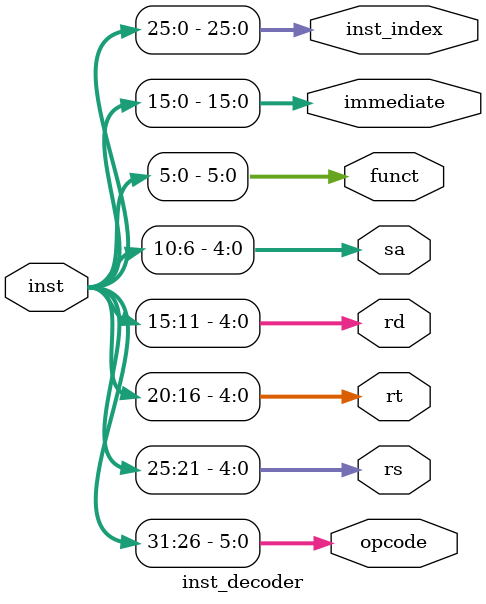
<source format=sv>
module inst_decoder(
	input logic [31:0] inst,
	output logic [5:0] opcode,
	output logic [4:0] rs,
	output logic [4:0] rt,
	output logic [4:0] rd,
	output logic [4:0] sa,
	output logic [5:0] funct,
	output logic [15:0] immediate,
	output logic [25:0] inst_index
);
	always_comb begin
		opcode <= inst[31:26];
		rs <= inst[25:21];
		rt <= inst[20:16];
		rd <= inst[15:11];
		sa <= inst[10:6];
		funct <= inst[5:0];
		immediate <= inst[15:0];
		inst_index <= inst[25:0];
	end
endmodule


</source>
